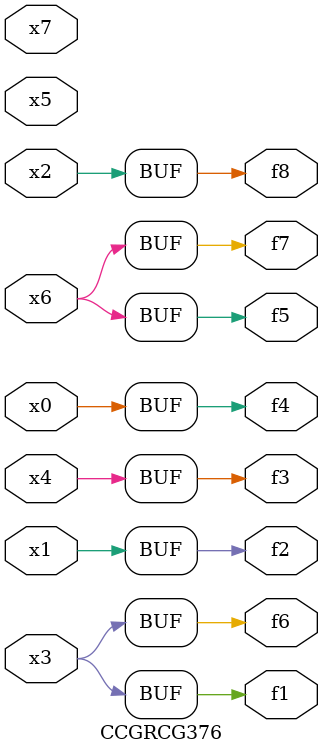
<source format=v>
module CCGRCG376(
	input x0, x1, x2, x3, x4, x5, x6, x7,
	output f1, f2, f3, f4, f5, f6, f7, f8
);
	assign f1 = x3;
	assign f2 = x1;
	assign f3 = x4;
	assign f4 = x0;
	assign f5 = x6;
	assign f6 = x3;
	assign f7 = x6;
	assign f8 = x2;
endmodule

</source>
